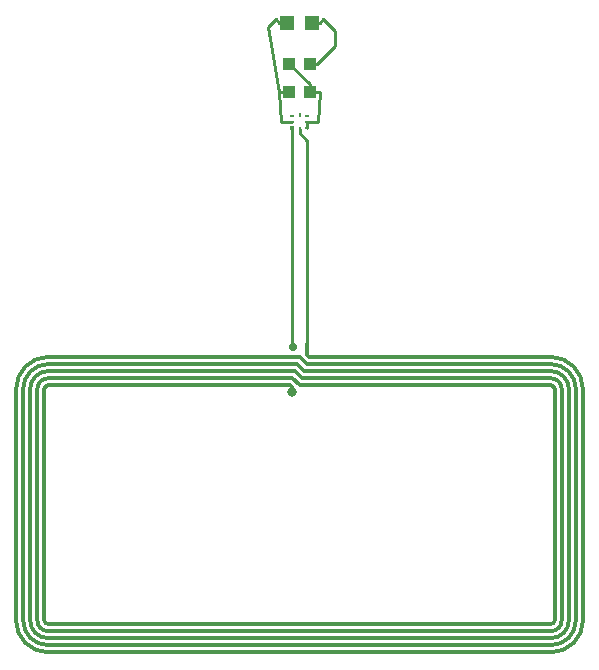
<source format=gbr>
%TF.GenerationSoftware,KiCad,Pcbnew,8.0.8-8.0.8-0~ubuntu22.04.1*%
%TF.CreationDate,2025-02-06T23:59:06-05:00*%
%TF.ProjectId,F50FQLOJRETY30F,46353046-514c-44f4-9a52-455459333046,rev?*%
%TF.SameCoordinates,Original*%
%TF.FileFunction,Copper,L2,Bot*%
%TF.FilePolarity,Positive*%
%FSLAX46Y46*%
G04 Gerber Fmt 4.6, Leading zero omitted, Abs format (unit mm)*
G04 Created by KiCad (PCBNEW 8.0.8-8.0.8-0~ubuntu22.04.1) date 2025-02-06 23:59:06*
%MOMM*%
%LPD*%
G01*
G04 APERTURE LIST*
%TA.AperFunction,EtchedComponent*%
%ADD10C,0.300000*%
%TD*%
%TA.AperFunction,SMDPad,CuDef*%
%ADD11R,1.000000X1.100000*%
%TD*%
%TA.AperFunction,ComponentPad*%
%ADD12C,0.808000*%
%TD*%
%TA.AperFunction,SMDPad,CuDef*%
%ADD13R,0.300000X0.750000*%
%TD*%
%TA.AperFunction,SMDPad,CuDef*%
%ADD14R,1.100000X1.000000*%
%TD*%
%TA.AperFunction,SMDPad,CuDef*%
%ADD15R,0.270000X0.450000*%
%TD*%
%TA.AperFunction,SMDPad,CuDef*%
%ADD16R,0.450000X0.370000*%
%TD*%
%TA.AperFunction,SMDPad,CuDef*%
%ADD17R,0.450000X0.270000*%
%TD*%
%TA.AperFunction,SMDPad,CuDef*%
%ADD18R,1.200000X1.200000*%
%TD*%
%TA.AperFunction,ViaPad*%
%ADD19C,0.706400*%
%TD*%
%TA.AperFunction,Conductor*%
%ADD20C,0.250000*%
%TD*%
G04 APERTURE END LIST*
D10*
%TO.C,ANT0*%
X172501100Y-142103600D02*
G75*
G02*
X169801100Y-144803600I-2700001J1D01*
G01*
X171901100Y-142103600D02*
G75*
G02*
X169801100Y-144203600I-2100001J1D01*
G01*
X171301100Y-142103600D02*
G75*
G02*
X169801100Y-143603600I-1500001J1D01*
G01*
X170701100Y-142103600D02*
G75*
G02*
X169801100Y-143003600I-900000J0D01*
G01*
X170101100Y-142103600D02*
G75*
G02*
X169801100Y-142403600I-300000J0D01*
G01*
X169801100Y-122203600D02*
G75*
G02*
X170101100Y-122503600I0J-300000D01*
G01*
X169801100Y-121603600D02*
G75*
G02*
X170701100Y-122503600I0J-900000D01*
G01*
X169801100Y-121003600D02*
G75*
G02*
X171301100Y-122503600I-1J-1500001D01*
G01*
X169801100Y-120403600D02*
G75*
G02*
X171901100Y-122503600I-1J-2100001D01*
G01*
X169801100Y-119803600D02*
G75*
G02*
X172501100Y-122503600I-1J-2700001D01*
G01*
X127201100Y-144803600D02*
G75*
G02*
X124501100Y-142103600I0J2700000D01*
G01*
X127201100Y-144203600D02*
G75*
G02*
X125101100Y-142103600I0J2100000D01*
G01*
X127201100Y-143603600D02*
G75*
G02*
X125701100Y-142103600I0J1500000D01*
G01*
X127201100Y-143003600D02*
G75*
G02*
X126301100Y-142103600I0J900000D01*
G01*
X127201100Y-142403600D02*
G75*
G02*
X126901100Y-142103600I0J300000D01*
G01*
X126901100Y-122503600D02*
G75*
G02*
X127201100Y-122203600I300000J0D01*
G01*
X126301100Y-122503600D02*
G75*
G02*
X127201100Y-121603600I900000J0D01*
G01*
X125701100Y-122503600D02*
G75*
G02*
X127201100Y-121003600I1500000J0D01*
G01*
X125101100Y-122503600D02*
G75*
G02*
X127201100Y-120403600I2100000J0D01*
G01*
X124501100Y-122503600D02*
G75*
G02*
X127201100Y-119803600I2700000J0D01*
G01*
X172501100Y-142103600D02*
X172501100Y-122503600D01*
X171901100Y-142103600D02*
X171901100Y-122503600D01*
X171301100Y-142103600D02*
X171301100Y-122503600D01*
X170701100Y-142103600D02*
X170701100Y-122503600D01*
X170101100Y-142103600D02*
X170101100Y-122503600D01*
X169801100Y-119803600D02*
X149301100Y-119803600D01*
X149301100Y-119803600D02*
X149136100Y-119638600D01*
X149136100Y-119638600D02*
X149136100Y-118968600D01*
X149136100Y-118968600D02*
X149136100Y-118841600D01*
X149101100Y-120403600D02*
X169801100Y-120403600D01*
X148901100Y-121003600D02*
X169801100Y-121003600D01*
X148701100Y-121603600D02*
X169801100Y-121603600D01*
X148501100Y-122203600D02*
X169801100Y-122203600D01*
X148501100Y-119803600D02*
X149101100Y-120403600D01*
X148301100Y-120403600D02*
X148901100Y-121003600D01*
X148101100Y-121003600D02*
X148701100Y-121603600D01*
X147901100Y-121603600D02*
X148501100Y-122203600D01*
X147901100Y-121603600D02*
X127201100Y-121603600D01*
X147866100Y-122368600D02*
X147866100Y-122778600D01*
X147701100Y-122203600D02*
X147866100Y-122368600D01*
X147701100Y-122203600D02*
X127201100Y-122203600D01*
X127201100Y-144803600D02*
X169801100Y-144803600D01*
X127201100Y-144203600D02*
X169801100Y-144203600D01*
X127201100Y-143603600D02*
X169801100Y-143603600D01*
X127201100Y-143003600D02*
X169801100Y-143003600D01*
X127201100Y-142403600D02*
X169801100Y-142403600D01*
X127201100Y-121003600D02*
X148101100Y-121003600D01*
X127201100Y-120403600D02*
X148301100Y-120403600D01*
X127201100Y-119803600D02*
X148501100Y-119803600D01*
X126901100Y-142103600D02*
X126901100Y-122503600D01*
X126301100Y-142103600D02*
X126301100Y-122503600D01*
X125701100Y-142103600D02*
X125701100Y-122503600D01*
X125101100Y-142103600D02*
X125101100Y-122503600D01*
X124501100Y-142103600D02*
X124501100Y-122503600D01*
%TD*%
D11*
%TO.P,R1,2*%
%TO.N,N$4*%
X149351100Y-95000000D03*
%TO.P,R1,1*%
%TO.N,N$3*%
X147651100Y-95000000D03*
%TD*%
D12*
%TO.P,ANT0,P$2*%
%TO.N,N$9*%
X147866100Y-122778600D03*
D13*
%TO.P,ANT0,P$1*%
%TO.N,N$2*%
X149136100Y-118968600D03*
%TD*%
D14*
%TO.P,C1,2*%
%TO.N,N$6*%
X147651100Y-97403600D03*
%TO.P,C1,1*%
%TO.N,N$3*%
X149351100Y-97403600D03*
%TD*%
D15*
%TO.P,NT3H1101,FD*%
%TO.N,N/C*%
X148501100Y-99293600D03*
D16*
%TO.P,NT3H1101,LA*%
%TO.N,N$9*%
X147901100Y-100443600D03*
D15*
%TO.P,NT3H1101,LB*%
%TO.N,N$2*%
X148501100Y-100493600D03*
D17*
%TO.P,NT3H1101,SCL*%
%TO.N,N/C*%
X147901100Y-99393600D03*
%TO.P,NT3H1101,SDA*%
X149101100Y-99393600D03*
%TO.P,NT3H1101,VCC*%
%TO.N,N$3*%
X149101100Y-99893600D03*
%TO.P,NT3H1101,VOUT*%
X149101100Y-100393600D03*
%TO.P,NT3H1101,VSS*%
%TO.N,N$6*%
X147901100Y-99893600D03*
%TD*%
D18*
%TO.P,LED1,A*%
%TO.N,N$4*%
X149551100Y-91533600D03*
%TO.P,LED1,C*%
%TO.N,N$6*%
X147451100Y-91533600D03*
%TD*%
D19*
%TO.N,N$9*%
X147917100Y-118974600D03*
%TD*%
D20*
%TO.N,N$4*%
X151500000Y-92240598D02*
X151500000Y-93500000D01*
X151129701Y-91870299D02*
X151500000Y-92240598D01*
X151500000Y-93500000D02*
X150000000Y-95000000D01*
X150501100Y-91203600D02*
X151129701Y-91870299D01*
X151129701Y-91870299D02*
X151161100Y-91903600D01*
X150000000Y-95000000D02*
X149351100Y-95000000D01*
%TO.N,N$3*%
X147651100Y-95000000D02*
X149351100Y-96700000D01*
X149351100Y-96700000D02*
X149351100Y-97403600D01*
%TO.N,N$2*%
X148501100Y-100849600D02*
X148501100Y-100493600D01*
X149136100Y-101484600D02*
X149136100Y-118968600D01*
X149136100Y-101484600D02*
X148501100Y-100849600D01*
%TO.N,N$3*%
X150201100Y-97403600D02*
X150051100Y-99893600D01*
X150051100Y-99893600D02*
X149101100Y-99893600D01*
X149351100Y-97403600D02*
X150201100Y-97403600D01*
X149101100Y-100393600D02*
X149101100Y-99893600D01*
%TO.N,N$4*%
X149551100Y-91533600D02*
X150201100Y-91503600D01*
X150201100Y-91503600D02*
X150501100Y-91203600D01*
%TO.N,N$6*%
X147901100Y-99893600D02*
X146951100Y-99893600D01*
X146801100Y-97403600D02*
X147651100Y-97403600D01*
X146501100Y-91203600D02*
X145851100Y-91893600D01*
X146801100Y-91503600D02*
X146501100Y-91203600D01*
X147451100Y-91533600D02*
X146801100Y-91503600D01*
X145851100Y-91893600D02*
X146801100Y-97403600D01*
X146951100Y-99893600D02*
X146801100Y-97403600D01*
%TO.N,N$9*%
X147901100Y-118958600D02*
X147917100Y-118974600D01*
X147901100Y-100443600D02*
X147901100Y-118958600D01*
%TD*%
M02*

</source>
